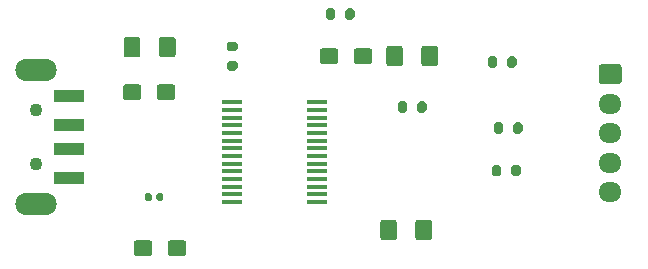
<source format=gts>
%TF.GenerationSoftware,KiCad,Pcbnew,(5.1.8)-1*%
%TF.CreationDate,2021-08-17T23:37:39+02:00*%
%TF.ProjectId,USB_TLL,5553425f-544c-44c2-9e6b-696361645f70,rev?*%
%TF.SameCoordinates,Original*%
%TF.FileFunction,Soldermask,Top*%
%TF.FilePolarity,Negative*%
%FSLAX46Y46*%
G04 Gerber Fmt 4.6, Leading zero omitted, Abs format (unit mm)*
G04 Created by KiCad (PCBNEW (5.1.8)-1) date 2021-08-17 23:37:39*
%MOMM*%
%LPD*%
G01*
G04 APERTURE LIST*
%ADD10O,1.950000X1.700000*%
%ADD11R,1.750000X0.450000*%
%ADD12C,1.100000*%
%ADD13O,3.500000X1.900000*%
%ADD14R,2.500000X1.100000*%
G04 APERTURE END LIST*
D10*
%TO.C,J2*%
X141224000Y-71976000D03*
X141224000Y-69476000D03*
X141224000Y-66976000D03*
X141224000Y-64476000D03*
G36*
G01*
X140499000Y-61126000D02*
X141949000Y-61126000D01*
G75*
G02*
X142199000Y-61376000I0J-250000D01*
G01*
X142199000Y-62576000D01*
G75*
G02*
X141949000Y-62826000I-250000J0D01*
G01*
X140499000Y-62826000D01*
G75*
G02*
X140249000Y-62576000I0J250000D01*
G01*
X140249000Y-61376000D01*
G75*
G02*
X140499000Y-61126000I250000J0D01*
G01*
G37*
%TD*%
D11*
%TO.C,U1*%
X116376000Y-64355000D03*
X116376000Y-65005000D03*
X116376000Y-65655000D03*
X116376000Y-66305000D03*
X116376000Y-66955000D03*
X116376000Y-67605000D03*
X116376000Y-68255000D03*
X116376000Y-68905000D03*
X116376000Y-69555000D03*
X116376000Y-70205000D03*
X116376000Y-70855000D03*
X116376000Y-71505000D03*
X116376000Y-72155000D03*
X116376000Y-72805000D03*
X109176000Y-72805000D03*
X109176000Y-72155000D03*
X109176000Y-71505000D03*
X109176000Y-70855000D03*
X109176000Y-70205000D03*
X109176000Y-69555000D03*
X109176000Y-68905000D03*
X109176000Y-68255000D03*
X109176000Y-67605000D03*
X109176000Y-66955000D03*
X109176000Y-66305000D03*
X109176000Y-65655000D03*
X109176000Y-65005000D03*
X109176000Y-64355000D03*
%TD*%
%TO.C,Tx1*%
G36*
G01*
X124727000Y-75809000D02*
X124727000Y-74559000D01*
G75*
G02*
X124977000Y-74309000I250000J0D01*
G01*
X125902000Y-74309000D01*
G75*
G02*
X126152000Y-74559000I0J-250000D01*
G01*
X126152000Y-75809000D01*
G75*
G02*
X125902000Y-76059000I-250000J0D01*
G01*
X124977000Y-76059000D01*
G75*
G02*
X124727000Y-75809000I0J250000D01*
G01*
G37*
G36*
G01*
X121752000Y-75809000D02*
X121752000Y-74559000D01*
G75*
G02*
X122002000Y-74309000I250000J0D01*
G01*
X122927000Y-74309000D01*
G75*
G02*
X123177000Y-74559000I0J-250000D01*
G01*
X123177000Y-75809000D01*
G75*
G02*
X122927000Y-76059000I-250000J0D01*
G01*
X122002000Y-76059000D01*
G75*
G02*
X121752000Y-75809000I0J250000D01*
G01*
G37*
%TD*%
%TO.C,Rx1*%
G36*
G01*
X125235000Y-61077000D02*
X125235000Y-59827000D01*
G75*
G02*
X125485000Y-59577000I250000J0D01*
G01*
X126410000Y-59577000D01*
G75*
G02*
X126660000Y-59827000I0J-250000D01*
G01*
X126660000Y-61077000D01*
G75*
G02*
X126410000Y-61327000I-250000J0D01*
G01*
X125485000Y-61327000D01*
G75*
G02*
X125235000Y-61077000I0J250000D01*
G01*
G37*
G36*
G01*
X122260000Y-61077000D02*
X122260000Y-59827000D01*
G75*
G02*
X122510000Y-59577000I250000J0D01*
G01*
X123435000Y-59577000D01*
G75*
G02*
X123685000Y-59827000I0J-250000D01*
G01*
X123685000Y-61077000D01*
G75*
G02*
X123435000Y-61327000I-250000J0D01*
G01*
X122510000Y-61327000D01*
G75*
G02*
X122260000Y-61077000I0J250000D01*
G01*
G37*
%TD*%
%TO.C,R6*%
G36*
G01*
X109495000Y-60027000D02*
X108945000Y-60027000D01*
G75*
G02*
X108745000Y-59827000I0J200000D01*
G01*
X108745000Y-59427000D01*
G75*
G02*
X108945000Y-59227000I200000J0D01*
G01*
X109495000Y-59227000D01*
G75*
G02*
X109695000Y-59427000I0J-200000D01*
G01*
X109695000Y-59827000D01*
G75*
G02*
X109495000Y-60027000I-200000J0D01*
G01*
G37*
G36*
G01*
X109495000Y-61677000D02*
X108945000Y-61677000D01*
G75*
G02*
X108745000Y-61477000I0J200000D01*
G01*
X108745000Y-61077000D01*
G75*
G02*
X108945000Y-60877000I200000J0D01*
G01*
X109495000Y-60877000D01*
G75*
G02*
X109695000Y-61077000I0J-200000D01*
G01*
X109695000Y-61477000D01*
G75*
G02*
X109495000Y-61677000I-200000J0D01*
G01*
G37*
%TD*%
%TO.C,R5*%
G36*
G01*
X132000001Y-69885001D02*
X132000001Y-70435001D01*
G75*
G02*
X131800001Y-70635001I-200000J0D01*
G01*
X131400001Y-70635001D01*
G75*
G02*
X131200001Y-70435001I0J200000D01*
G01*
X131200001Y-69885001D01*
G75*
G02*
X131400001Y-69685001I200000J0D01*
G01*
X131800001Y-69685001D01*
G75*
G02*
X132000001Y-69885001I0J-200000D01*
G01*
G37*
G36*
G01*
X133650001Y-69885001D02*
X133650001Y-70435001D01*
G75*
G02*
X133450001Y-70635001I-200000J0D01*
G01*
X133050001Y-70635001D01*
G75*
G02*
X132850001Y-70435001I0J200000D01*
G01*
X132850001Y-69885001D01*
G75*
G02*
X133050001Y-69685001I200000J0D01*
G01*
X133450001Y-69685001D01*
G75*
G02*
X133650001Y-69885001I0J-200000D01*
G01*
G37*
%TD*%
%TO.C,R4*%
G36*
G01*
X131655000Y-60685000D02*
X131655000Y-61235000D01*
G75*
G02*
X131455000Y-61435000I-200000J0D01*
G01*
X131055000Y-61435000D01*
G75*
G02*
X130855000Y-61235000I0J200000D01*
G01*
X130855000Y-60685000D01*
G75*
G02*
X131055000Y-60485000I200000J0D01*
G01*
X131455000Y-60485000D01*
G75*
G02*
X131655000Y-60685000I0J-200000D01*
G01*
G37*
G36*
G01*
X133305000Y-60685000D02*
X133305000Y-61235000D01*
G75*
G02*
X133105000Y-61435000I-200000J0D01*
G01*
X132705000Y-61435000D01*
G75*
G02*
X132505000Y-61235000I0J200000D01*
G01*
X132505000Y-60685000D01*
G75*
G02*
X132705000Y-60485000I200000J0D01*
G01*
X133105000Y-60485000D01*
G75*
G02*
X133305000Y-60685000I0J-200000D01*
G01*
G37*
%TD*%
%TO.C,R3*%
G36*
G01*
X133013000Y-66823000D02*
X133013000Y-66273000D01*
G75*
G02*
X133213000Y-66073000I200000J0D01*
G01*
X133613000Y-66073000D01*
G75*
G02*
X133813000Y-66273000I0J-200000D01*
G01*
X133813000Y-66823000D01*
G75*
G02*
X133613000Y-67023000I-200000J0D01*
G01*
X133213000Y-67023000D01*
G75*
G02*
X133013000Y-66823000I0J200000D01*
G01*
G37*
G36*
G01*
X131363000Y-66823000D02*
X131363000Y-66273000D01*
G75*
G02*
X131563000Y-66073000I200000J0D01*
G01*
X131963000Y-66073000D01*
G75*
G02*
X132163000Y-66273000I0J-200000D01*
G01*
X132163000Y-66823000D01*
G75*
G02*
X131963000Y-67023000I-200000J0D01*
G01*
X131563000Y-67023000D01*
G75*
G02*
X131363000Y-66823000I0J200000D01*
G01*
G37*
%TD*%
%TO.C,R2*%
G36*
G01*
X124035000Y-64495000D02*
X124035000Y-65045000D01*
G75*
G02*
X123835000Y-65245000I-200000J0D01*
G01*
X123435000Y-65245000D01*
G75*
G02*
X123235000Y-65045000I0J200000D01*
G01*
X123235000Y-64495000D01*
G75*
G02*
X123435000Y-64295000I200000J0D01*
G01*
X123835000Y-64295000D01*
G75*
G02*
X124035000Y-64495000I0J-200000D01*
G01*
G37*
G36*
G01*
X125685000Y-64495000D02*
X125685000Y-65045000D01*
G75*
G02*
X125485000Y-65245000I-200000J0D01*
G01*
X125085000Y-65245000D01*
G75*
G02*
X124885000Y-65045000I0J200000D01*
G01*
X124885000Y-64495000D01*
G75*
G02*
X125085000Y-64295000I200000J0D01*
G01*
X125485000Y-64295000D01*
G75*
G02*
X125685000Y-64495000I0J-200000D01*
G01*
G37*
%TD*%
%TO.C,R1*%
G36*
G01*
X117939000Y-56621000D02*
X117939000Y-57171000D01*
G75*
G02*
X117739000Y-57371000I-200000J0D01*
G01*
X117339000Y-57371000D01*
G75*
G02*
X117139000Y-57171000I0J200000D01*
G01*
X117139000Y-56621000D01*
G75*
G02*
X117339000Y-56421000I200000J0D01*
G01*
X117739000Y-56421000D01*
G75*
G02*
X117939000Y-56621000I0J-200000D01*
G01*
G37*
G36*
G01*
X119589000Y-56621000D02*
X119589000Y-57171000D01*
G75*
G02*
X119389000Y-57371000I-200000J0D01*
G01*
X118989000Y-57371000D01*
G75*
G02*
X118789000Y-57171000I0J200000D01*
G01*
X118789000Y-56621000D01*
G75*
G02*
X118989000Y-56421000I200000J0D01*
G01*
X119389000Y-56421000D01*
G75*
G02*
X119589000Y-56621000I0J-200000D01*
G01*
G37*
%TD*%
%TO.C,PWD1*%
G36*
G01*
X103010000Y-60315000D02*
X103010000Y-59065000D01*
G75*
G02*
X103260000Y-58815000I250000J0D01*
G01*
X104185000Y-58815000D01*
G75*
G02*
X104435000Y-59065000I0J-250000D01*
G01*
X104435000Y-60315000D01*
G75*
G02*
X104185000Y-60565000I-250000J0D01*
G01*
X103260000Y-60565000D01*
G75*
G02*
X103010000Y-60315000I0J250000D01*
G01*
G37*
G36*
G01*
X100035000Y-60315000D02*
X100035000Y-59065000D01*
G75*
G02*
X100285000Y-58815000I250000J0D01*
G01*
X101210000Y-58815000D01*
G75*
G02*
X101460000Y-59065000I0J-250000D01*
G01*
X101460000Y-60315000D01*
G75*
G02*
X101210000Y-60565000I-250000J0D01*
G01*
X100285000Y-60565000D01*
G75*
G02*
X100035000Y-60315000I0J250000D01*
G01*
G37*
%TD*%
D12*
%TO.C,J1*%
X92625000Y-65010000D03*
X92625000Y-69610000D03*
D13*
X92625000Y-61610000D03*
X92625000Y-73010000D03*
D14*
X95375000Y-63810000D03*
X95375000Y-70810000D03*
X95375000Y-66310000D03*
X95375000Y-68310000D03*
%TD*%
%TO.C,F1*%
G36*
G01*
X102426000Y-72217500D02*
X102426000Y-72562500D01*
G75*
G02*
X102278500Y-72710000I-147500J0D01*
G01*
X101983500Y-72710000D01*
G75*
G02*
X101836000Y-72562500I0J147500D01*
G01*
X101836000Y-72217500D01*
G75*
G02*
X101983500Y-72070000I147500J0D01*
G01*
X102278500Y-72070000D01*
G75*
G02*
X102426000Y-72217500I0J-147500D01*
G01*
G37*
G36*
G01*
X103396000Y-72217500D02*
X103396000Y-72562500D01*
G75*
G02*
X103248500Y-72710000I-147500J0D01*
G01*
X102953500Y-72710000D01*
G75*
G02*
X102806000Y-72562500I0J147500D01*
G01*
X102806000Y-72217500D01*
G75*
G02*
X102953500Y-72070000I147500J0D01*
G01*
X103248500Y-72070000D01*
G75*
G02*
X103396000Y-72217500I0J-147500D01*
G01*
G37*
%TD*%
%TO.C,C3*%
G36*
G01*
X118222000Y-60026999D02*
X118222000Y-60877001D01*
G75*
G02*
X117972001Y-61127000I-249999J0D01*
G01*
X116896999Y-61127000D01*
G75*
G02*
X116647000Y-60877001I0J249999D01*
G01*
X116647000Y-60026999D01*
G75*
G02*
X116896999Y-59777000I249999J0D01*
G01*
X117972001Y-59777000D01*
G75*
G02*
X118222000Y-60026999I0J-249999D01*
G01*
G37*
G36*
G01*
X121097000Y-60026999D02*
X121097000Y-60877001D01*
G75*
G02*
X120847001Y-61127000I-249999J0D01*
G01*
X119771999Y-61127000D01*
G75*
G02*
X119522000Y-60877001I0J249999D01*
G01*
X119522000Y-60026999D01*
G75*
G02*
X119771999Y-59777000I249999J0D01*
G01*
X120847001Y-59777000D01*
G75*
G02*
X121097000Y-60026999I0J-249999D01*
G01*
G37*
%TD*%
%TO.C,C2*%
G36*
G01*
X101544500Y-63074999D02*
X101544500Y-63925001D01*
G75*
G02*
X101294501Y-64175000I-249999J0D01*
G01*
X100219499Y-64175000D01*
G75*
G02*
X99969500Y-63925001I0J249999D01*
G01*
X99969500Y-63074999D01*
G75*
G02*
X100219499Y-62825000I249999J0D01*
G01*
X101294501Y-62825000D01*
G75*
G02*
X101544500Y-63074999I0J-249999D01*
G01*
G37*
G36*
G01*
X104419500Y-63074999D02*
X104419500Y-63925001D01*
G75*
G02*
X104169501Y-64175000I-249999J0D01*
G01*
X103094499Y-64175000D01*
G75*
G02*
X102844500Y-63925001I0J249999D01*
G01*
X102844500Y-63074999D01*
G75*
G02*
X103094499Y-62825000I249999J0D01*
G01*
X104169501Y-62825000D01*
G75*
G02*
X104419500Y-63074999I0J-249999D01*
G01*
G37*
%TD*%
%TO.C,C1*%
G36*
G01*
X102474000Y-76282999D02*
X102474000Y-77133001D01*
G75*
G02*
X102224001Y-77383000I-249999J0D01*
G01*
X101148999Y-77383000D01*
G75*
G02*
X100899000Y-77133001I0J249999D01*
G01*
X100899000Y-76282999D01*
G75*
G02*
X101148999Y-76033000I249999J0D01*
G01*
X102224001Y-76033000D01*
G75*
G02*
X102474000Y-76282999I0J-249999D01*
G01*
G37*
G36*
G01*
X105349000Y-76282999D02*
X105349000Y-77133001D01*
G75*
G02*
X105099001Y-77383000I-249999J0D01*
G01*
X104023999Y-77383000D01*
G75*
G02*
X103774000Y-77133001I0J249999D01*
G01*
X103774000Y-76282999D01*
G75*
G02*
X104023999Y-76033000I249999J0D01*
G01*
X105099001Y-76033000D01*
G75*
G02*
X105349000Y-76282999I0J-249999D01*
G01*
G37*
%TD*%
M02*

</source>
